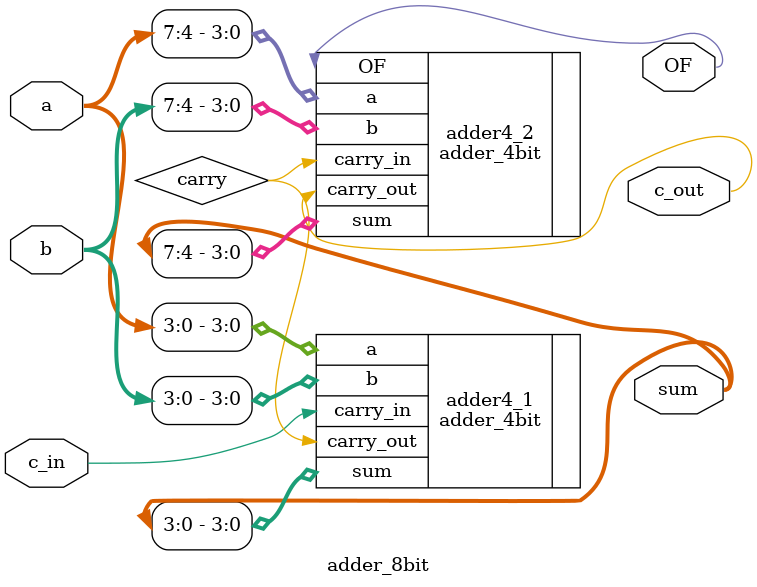
<source format=v>
module adder_8bit(a, b, c_in, sum, c_out, OF);
	input [7:0] a, b;
	input c_in;
	output [7:0] sum;
	output c_out, OF;
	
	wire carry;
	
	adder_4bit adder4_1(
		.a(a[3:0]),
		.b(b[3:0]),
		.carry_in(c_in),
		.carry_out(carry),
		.sum(sum[3:0])
	);
	
	adder_4bit adder4_2(
		.a(a[7:4]),
		.b(b[7:4]),
		.carry_in(carry),
		.carry_out(c_out),
		.sum(sum[7:4]),
		.OF(OF)
	);
endmodule
</source>
